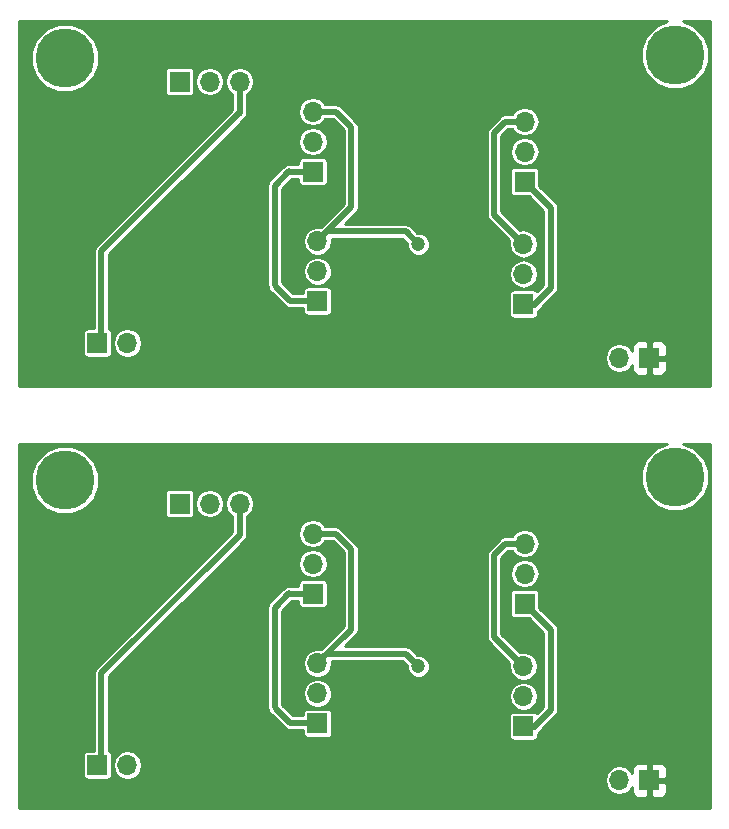
<source format=gbr>
G04 #@! TF.FileFunction,Copper,L2,Bot,Signal*
%FSLAX46Y46*%
G04 Gerber Fmt 4.6, Leading zero omitted, Abs format (unit mm)*
G04 Created by KiCad (PCBNEW 4.0.6) date 07/05/17 10:03:53*
%MOMM*%
%LPD*%
G01*
G04 APERTURE LIST*
%ADD10C,0.100000*%
%ADD11R,1.700000X1.700000*%
%ADD12O,1.700000X1.700000*%
%ADD13C,5.000000*%
%ADD14C,1.200000*%
%ADD15C,0.254000*%
%ADD16C,0.500000*%
G04 APERTURE END LIST*
D10*
D11*
X58020000Y-77610000D03*
D12*
X58020000Y-75070000D03*
X58020000Y-72530000D03*
D13*
X37010000Y-68010000D03*
D11*
X46740000Y-69990000D03*
D12*
X49280000Y-69990000D03*
X51820000Y-69990000D03*
D11*
X39778000Y-92128000D03*
D12*
X42318000Y-92128000D03*
D11*
X75950000Y-78460000D03*
D12*
X75950000Y-75920000D03*
X75950000Y-73380000D03*
D11*
X75846000Y-88826000D03*
D12*
X75846000Y-86286000D03*
X75846000Y-83746000D03*
D13*
X88690000Y-67730000D03*
D11*
X86514000Y-93398000D03*
D12*
X83974000Y-93398000D03*
D11*
X58400000Y-88580000D03*
D12*
X58400000Y-86040000D03*
X58400000Y-83500000D03*
D13*
X88690000Y-31990000D03*
D11*
X75846000Y-53086000D03*
D12*
X75846000Y-50546000D03*
X75846000Y-48006000D03*
D11*
X75950000Y-42720000D03*
D12*
X75950000Y-40180000D03*
X75950000Y-37640000D03*
D11*
X58020000Y-41870000D03*
D12*
X58020000Y-39330000D03*
X58020000Y-36790000D03*
D11*
X58400000Y-52840000D03*
D12*
X58400000Y-50300000D03*
X58400000Y-47760000D03*
D11*
X39778000Y-56388000D03*
D12*
X42318000Y-56388000D03*
D11*
X86514000Y-57658000D03*
D12*
X83974000Y-57658000D03*
D11*
X46740000Y-34250000D03*
D12*
X49280000Y-34250000D03*
X51820000Y-34250000D03*
D13*
X37010000Y-32270000D03*
D14*
X48040000Y-80450000D03*
X39220000Y-82840000D03*
X43730000Y-84970000D03*
X43700000Y-86980000D03*
X47620000Y-83070000D03*
X45880000Y-86980000D03*
X63780000Y-87130000D03*
X71880000Y-77030000D03*
X71870000Y-80390000D03*
X71390000Y-89420000D03*
X68740000Y-87210000D03*
X71840000Y-82450000D03*
X89730000Y-91630000D03*
X87010000Y-81850000D03*
X86420000Y-91170000D03*
X82220000Y-74290000D03*
X82160000Y-76140000D03*
X89710000Y-93390000D03*
X82100000Y-78310000D03*
X86540000Y-80420000D03*
X71390000Y-53680000D03*
X68740000Y-51470000D03*
X63780000Y-51390000D03*
X39220000Y-47100000D03*
X71880000Y-41290000D03*
X71870000Y-44650000D03*
X71840000Y-46710000D03*
X43730000Y-49230000D03*
X43700000Y-51240000D03*
X47620000Y-47330000D03*
X45880000Y-51240000D03*
X48040000Y-44710000D03*
X82100000Y-42570000D03*
X82160000Y-40400000D03*
X82220000Y-38550000D03*
X87010000Y-46110000D03*
X86420000Y-55430000D03*
X89710000Y-57650000D03*
X89730000Y-55890000D03*
X86540000Y-44680000D03*
X66950000Y-83770000D03*
X66950000Y-48030000D03*
D15*
X86522000Y-93390000D02*
X89710000Y-93390000D01*
X86514000Y-93398000D02*
X86522000Y-93390000D01*
D16*
X71840000Y-80420000D02*
X71840000Y-82450000D01*
X71870000Y-80390000D02*
X71840000Y-80420000D01*
X43730000Y-84970000D02*
X43700000Y-85000000D01*
X43700000Y-85000000D02*
X43700000Y-86980000D01*
X45880000Y-86980000D02*
X45880000Y-84810000D01*
X45880000Y-84810000D02*
X47620000Y-83070000D01*
X71840000Y-44680000D02*
X71840000Y-46710000D01*
X71870000Y-44650000D02*
X71840000Y-44680000D01*
X43700000Y-49260000D02*
X43700000Y-51240000D01*
X43730000Y-49230000D02*
X43700000Y-49260000D01*
X45880000Y-49070000D02*
X47620000Y-47330000D01*
X45880000Y-51240000D02*
X45880000Y-49070000D01*
D15*
X86522000Y-57650000D02*
X89710000Y-57650000D01*
X86514000Y-57658000D02*
X86522000Y-57650000D01*
D16*
X51820000Y-72640000D02*
X51820000Y-69990000D01*
X39778000Y-92128000D02*
X40110000Y-91796000D01*
X40110000Y-91796000D02*
X40110000Y-84350000D01*
D15*
X39778000Y-92128000D02*
X39750000Y-92100000D01*
D16*
X51690000Y-72770000D02*
X51820000Y-72640000D01*
X40110000Y-84350000D02*
X51690000Y-72770000D01*
D15*
X39778000Y-56388000D02*
X39750000Y-56360000D01*
D16*
X40110000Y-48610000D02*
X51690000Y-37030000D01*
X40110000Y-56056000D02*
X40110000Y-48610000D01*
X39778000Y-56388000D02*
X40110000Y-56056000D01*
X51820000Y-36900000D02*
X51820000Y-34250000D01*
X51690000Y-37030000D02*
X51820000Y-36900000D01*
D15*
X56000000Y-77570000D02*
X56040000Y-77610000D01*
D16*
X54770000Y-79250000D02*
X54770000Y-78800000D01*
X54770000Y-78800000D02*
X56000000Y-77570000D01*
X56040000Y-77610000D02*
X58020000Y-77610000D01*
X56080000Y-88550000D02*
X54970000Y-87440000D01*
D15*
X58400000Y-88580000D02*
X58370000Y-88550000D01*
D16*
X54770000Y-87240000D02*
X54770000Y-79250000D01*
X58370000Y-88550000D02*
X56080000Y-88550000D01*
X54970000Y-87440000D02*
X54770000Y-87240000D01*
D15*
X58400000Y-52840000D02*
X58370000Y-52810000D01*
D16*
X56040000Y-41870000D02*
X58020000Y-41870000D01*
X54970000Y-51700000D02*
X54770000Y-51500000D01*
X54770000Y-51500000D02*
X54770000Y-43510000D01*
X54770000Y-43510000D02*
X54770000Y-43060000D01*
X54770000Y-43060000D02*
X56000000Y-41830000D01*
X58370000Y-52810000D02*
X56080000Y-52810000D01*
X56080000Y-52810000D02*
X54970000Y-51700000D01*
D15*
X56000000Y-41830000D02*
X56040000Y-41870000D01*
D16*
X59220000Y-82680000D02*
X65860000Y-82680000D01*
X65860000Y-82680000D02*
X66950000Y-83770000D01*
D15*
X58020000Y-72530000D02*
X58030000Y-72540000D01*
D16*
X58400000Y-83500000D02*
X61250000Y-80650000D01*
X61250000Y-80650000D02*
X61250000Y-73850000D01*
X61250000Y-73850000D02*
X59940000Y-72540000D01*
D15*
X58400000Y-83500000D02*
X59220000Y-82680000D01*
D16*
X58030000Y-72540000D02*
X59940000Y-72540000D01*
X65860000Y-46940000D02*
X66950000Y-48030000D01*
X59220000Y-46940000D02*
X65860000Y-46940000D01*
D15*
X58400000Y-47760000D02*
X59220000Y-46940000D01*
D16*
X61250000Y-38110000D02*
X59940000Y-36800000D01*
X61250000Y-44910000D02*
X61250000Y-38110000D01*
X58400000Y-47760000D02*
X61250000Y-44910000D01*
X58030000Y-36800000D02*
X59940000Y-36800000D01*
D15*
X58020000Y-36790000D02*
X58030000Y-36800000D01*
D16*
X75900000Y-88880000D02*
X76830000Y-88880000D01*
X75950000Y-78460000D02*
X78150000Y-80660000D01*
X76830000Y-88790000D02*
X78150000Y-87470000D01*
X78150000Y-80660000D02*
X78150000Y-86600000D01*
D15*
X76830000Y-88880000D02*
X76830000Y-88790000D01*
D16*
X78150000Y-87470000D02*
X78150000Y-86600000D01*
D15*
X75846000Y-88826000D02*
X75900000Y-88880000D01*
D16*
X78150000Y-44920000D02*
X78150000Y-50860000D01*
X75950000Y-42720000D02*
X78150000Y-44920000D01*
X76830000Y-53050000D02*
X78150000Y-51730000D01*
D15*
X76830000Y-53140000D02*
X76830000Y-53050000D01*
D16*
X75900000Y-53140000D02*
X76830000Y-53140000D01*
D15*
X75846000Y-53086000D02*
X75900000Y-53140000D01*
D16*
X78150000Y-51730000D02*
X78150000Y-50860000D01*
X74300000Y-73380000D02*
X75950000Y-73380000D01*
D15*
X74270000Y-73410000D02*
X74300000Y-73380000D01*
D16*
X73350000Y-74330000D02*
X74270000Y-73410000D01*
X75846000Y-83746000D02*
X73350000Y-81250000D01*
X73350000Y-74690000D02*
X73350000Y-74330000D01*
X73350000Y-81250000D02*
X73350000Y-74690000D01*
X73350000Y-38590000D02*
X74270000Y-37670000D01*
X73350000Y-38950000D02*
X73350000Y-38590000D01*
X73350000Y-45510000D02*
X73350000Y-38950000D01*
X75846000Y-48006000D02*
X73350000Y-45510000D01*
X74300000Y-37640000D02*
X75950000Y-37640000D01*
D15*
X74270000Y-37670000D02*
X74300000Y-37640000D01*
G36*
X87060177Y-29546183D02*
X86249031Y-30355914D01*
X85809501Y-31414420D01*
X85808501Y-32560552D01*
X86246183Y-33619823D01*
X87055914Y-34430969D01*
X88114420Y-34870499D01*
X89260552Y-34871499D01*
X90319823Y-34433817D01*
X91130969Y-33624086D01*
X91570499Y-32565580D01*
X91571499Y-31419448D01*
X91133817Y-30360177D01*
X90324086Y-29549031D01*
X89382379Y-29158000D01*
X91646000Y-29158000D01*
X91646000Y-59996000D01*
X33122000Y-59996000D01*
X33122000Y-55538000D01*
X38539536Y-55538000D01*
X38539536Y-57238000D01*
X38566103Y-57379190D01*
X38649546Y-57508865D01*
X38776866Y-57595859D01*
X38928000Y-57626464D01*
X40628000Y-57626464D01*
X40769190Y-57599897D01*
X40898865Y-57516454D01*
X40985859Y-57389134D01*
X41016464Y-57238000D01*
X41016464Y-56363883D01*
X41087000Y-56363883D01*
X41087000Y-56412117D01*
X41180704Y-56883200D01*
X41447552Y-57282565D01*
X41846917Y-57549413D01*
X42318000Y-57643117D01*
X42364422Y-57633883D01*
X82743000Y-57633883D01*
X82743000Y-57682117D01*
X82836704Y-58153200D01*
X83103552Y-58552565D01*
X83502917Y-58819413D01*
X83974000Y-58913117D01*
X84445083Y-58819413D01*
X84844448Y-58552565D01*
X85029000Y-58276364D01*
X85029000Y-58634309D01*
X85125673Y-58867698D01*
X85304301Y-59046327D01*
X85537690Y-59143000D01*
X86228250Y-59143000D01*
X86387000Y-58984250D01*
X86387000Y-57785000D01*
X86641000Y-57785000D01*
X86641000Y-58984250D01*
X86799750Y-59143000D01*
X87490310Y-59143000D01*
X87723699Y-59046327D01*
X87902327Y-58867698D01*
X87999000Y-58634309D01*
X87999000Y-57943750D01*
X87840250Y-57785000D01*
X86641000Y-57785000D01*
X86387000Y-57785000D01*
X86367000Y-57785000D01*
X86367000Y-57531000D01*
X86387000Y-57531000D01*
X86387000Y-56331750D01*
X86641000Y-56331750D01*
X86641000Y-57531000D01*
X87840250Y-57531000D01*
X87999000Y-57372250D01*
X87999000Y-56681691D01*
X87902327Y-56448302D01*
X87723699Y-56269673D01*
X87490310Y-56173000D01*
X86799750Y-56173000D01*
X86641000Y-56331750D01*
X86387000Y-56331750D01*
X86228250Y-56173000D01*
X85537690Y-56173000D01*
X85304301Y-56269673D01*
X85125673Y-56448302D01*
X85029000Y-56681691D01*
X85029000Y-57039636D01*
X84844448Y-56763435D01*
X84445083Y-56496587D01*
X83974000Y-56402883D01*
X83502917Y-56496587D01*
X83103552Y-56763435D01*
X82836704Y-57162800D01*
X82743000Y-57633883D01*
X42364422Y-57633883D01*
X42789083Y-57549413D01*
X43188448Y-57282565D01*
X43455296Y-56883200D01*
X43549000Y-56412117D01*
X43549000Y-56363883D01*
X43455296Y-55892800D01*
X43188448Y-55493435D01*
X42789083Y-55226587D01*
X42318000Y-55132883D01*
X41846917Y-55226587D01*
X41447552Y-55493435D01*
X41180704Y-55892800D01*
X41087000Y-56363883D01*
X41016464Y-56363883D01*
X41016464Y-55538000D01*
X40989897Y-55396810D01*
X40906454Y-55267135D01*
X40779134Y-55180141D01*
X40741000Y-55172419D01*
X40741000Y-48871368D01*
X46552368Y-43060000D01*
X54139000Y-43060000D01*
X54139000Y-51500000D01*
X54175460Y-51683296D01*
X54187032Y-51741473D01*
X54323816Y-51946184D01*
X54523816Y-52146185D01*
X54523819Y-52146187D01*
X55633816Y-53256184D01*
X55838527Y-53392968D01*
X56080000Y-53441000D01*
X57161536Y-53441000D01*
X57161536Y-53690000D01*
X57188103Y-53831190D01*
X57271546Y-53960865D01*
X57398866Y-54047859D01*
X57550000Y-54078464D01*
X59250000Y-54078464D01*
X59391190Y-54051897D01*
X59520865Y-53968454D01*
X59607859Y-53841134D01*
X59638464Y-53690000D01*
X59638464Y-52236000D01*
X74607536Y-52236000D01*
X74607536Y-53936000D01*
X74634103Y-54077190D01*
X74717546Y-54206865D01*
X74844866Y-54293859D01*
X74996000Y-54324464D01*
X76696000Y-54324464D01*
X76837190Y-54297897D01*
X76966865Y-54214454D01*
X77053859Y-54087134D01*
X77084464Y-53936000D01*
X77084464Y-53714288D01*
X77276184Y-53586184D01*
X77412968Y-53381473D01*
X77418449Y-53353919D01*
X78596184Y-52176184D01*
X78732968Y-51971473D01*
X78781000Y-51730000D01*
X78781000Y-44920000D01*
X78732968Y-44678527D01*
X78596184Y-44473816D01*
X77188464Y-43066096D01*
X77188464Y-41870000D01*
X77161897Y-41728810D01*
X77078454Y-41599135D01*
X76951134Y-41512141D01*
X76800000Y-41481536D01*
X75100000Y-41481536D01*
X74958810Y-41508103D01*
X74829135Y-41591546D01*
X74742141Y-41718866D01*
X74711536Y-41870000D01*
X74711536Y-43570000D01*
X74738103Y-43711190D01*
X74821546Y-43840865D01*
X74948866Y-43927859D01*
X75100000Y-43958464D01*
X76296096Y-43958464D01*
X77519000Y-45181368D01*
X77519000Y-51468632D01*
X76993264Y-51994368D01*
X76974454Y-51965135D01*
X76847134Y-51878141D01*
X76696000Y-51847536D01*
X74996000Y-51847536D01*
X74854810Y-51874103D01*
X74725135Y-51957546D01*
X74638141Y-52084866D01*
X74607536Y-52236000D01*
X59638464Y-52236000D01*
X59638464Y-51990000D01*
X59611897Y-51848810D01*
X59528454Y-51719135D01*
X59401134Y-51632141D01*
X59250000Y-51601536D01*
X57550000Y-51601536D01*
X57408810Y-51628103D01*
X57279135Y-51711546D01*
X57192141Y-51838866D01*
X57161536Y-51990000D01*
X57161536Y-52179000D01*
X56341368Y-52179000D01*
X55416187Y-51253819D01*
X55416185Y-51253816D01*
X55401000Y-51238631D01*
X55401000Y-50300000D01*
X57144883Y-50300000D01*
X57238587Y-50771083D01*
X57505435Y-51170448D01*
X57904800Y-51437296D01*
X58375883Y-51531000D01*
X58424117Y-51531000D01*
X58895200Y-51437296D01*
X59294565Y-51170448D01*
X59561413Y-50771083D01*
X59606184Y-50546000D01*
X74590883Y-50546000D01*
X74684587Y-51017083D01*
X74951435Y-51416448D01*
X75350800Y-51683296D01*
X75821883Y-51777000D01*
X75870117Y-51777000D01*
X76341200Y-51683296D01*
X76740565Y-51416448D01*
X77007413Y-51017083D01*
X77101117Y-50546000D01*
X77007413Y-50074917D01*
X76740565Y-49675552D01*
X76341200Y-49408704D01*
X75870117Y-49315000D01*
X75821883Y-49315000D01*
X75350800Y-49408704D01*
X74951435Y-49675552D01*
X74684587Y-50074917D01*
X74590883Y-50546000D01*
X59606184Y-50546000D01*
X59655117Y-50300000D01*
X59561413Y-49828917D01*
X59294565Y-49429552D01*
X58895200Y-49162704D01*
X58424117Y-49069000D01*
X58375883Y-49069000D01*
X57904800Y-49162704D01*
X57505435Y-49429552D01*
X57238587Y-49828917D01*
X57144883Y-50300000D01*
X55401000Y-50300000D01*
X55401000Y-43321368D01*
X56221369Y-42501000D01*
X56781536Y-42501000D01*
X56781536Y-42720000D01*
X56808103Y-42861190D01*
X56891546Y-42990865D01*
X57018866Y-43077859D01*
X57170000Y-43108464D01*
X58870000Y-43108464D01*
X59011190Y-43081897D01*
X59140865Y-42998454D01*
X59227859Y-42871134D01*
X59258464Y-42720000D01*
X59258464Y-41020000D01*
X59231897Y-40878810D01*
X59148454Y-40749135D01*
X59021134Y-40662141D01*
X58870000Y-40631536D01*
X57170000Y-40631536D01*
X57028810Y-40658103D01*
X56899135Y-40741546D01*
X56812141Y-40868866D01*
X56781536Y-41020000D01*
X56781536Y-41239000D01*
X56201094Y-41239000D01*
X56000000Y-41199000D01*
X55758527Y-41247032D01*
X55553816Y-41383815D01*
X54323816Y-42613816D01*
X54187032Y-42818527D01*
X54139000Y-43060000D01*
X46552368Y-43060000D01*
X50282368Y-39330000D01*
X56764883Y-39330000D01*
X56858587Y-39801083D01*
X57125435Y-40200448D01*
X57524800Y-40467296D01*
X57995883Y-40561000D01*
X58044117Y-40561000D01*
X58515200Y-40467296D01*
X58914565Y-40200448D01*
X59181413Y-39801083D01*
X59275117Y-39330000D01*
X59181413Y-38858917D01*
X58914565Y-38459552D01*
X58515200Y-38192704D01*
X58044117Y-38099000D01*
X57995883Y-38099000D01*
X57524800Y-38192704D01*
X57125435Y-38459552D01*
X56858587Y-38858917D01*
X56764883Y-39330000D01*
X50282368Y-39330000D01*
X52136184Y-37476184D01*
X52266185Y-37346184D01*
X52402968Y-37141473D01*
X52451000Y-36900000D01*
X52451000Y-36790000D01*
X56764883Y-36790000D01*
X56858587Y-37261083D01*
X57125435Y-37660448D01*
X57524800Y-37927296D01*
X57995883Y-38021000D01*
X58044117Y-38021000D01*
X58515200Y-37927296D01*
X58914565Y-37660448D01*
X59067878Y-37431000D01*
X59678632Y-37431000D01*
X60619000Y-38371369D01*
X60619000Y-44648631D01*
X58686450Y-46581181D01*
X58424117Y-46529000D01*
X58375883Y-46529000D01*
X57904800Y-46622704D01*
X57505435Y-46889552D01*
X57238587Y-47288917D01*
X57144883Y-47760000D01*
X57238587Y-48231083D01*
X57505435Y-48630448D01*
X57904800Y-48897296D01*
X58375883Y-48991000D01*
X58424117Y-48991000D01*
X58895200Y-48897296D01*
X59294565Y-48630448D01*
X59561413Y-48231083D01*
X59655117Y-47760000D01*
X59617523Y-47571000D01*
X65598632Y-47571000D01*
X65969077Y-47941446D01*
X65968830Y-48224277D01*
X66117864Y-48584966D01*
X66393583Y-48861166D01*
X66754011Y-49010829D01*
X67144277Y-49011170D01*
X67504966Y-48862136D01*
X67781166Y-48586417D01*
X67930829Y-48225989D01*
X67931170Y-47835723D01*
X67782136Y-47475034D01*
X67506417Y-47198834D01*
X67145989Y-47049171D01*
X66861291Y-47048922D01*
X66306184Y-46493816D01*
X66101473Y-46357032D01*
X65860000Y-46309000D01*
X60743369Y-46309000D01*
X61696185Y-45356184D01*
X61832968Y-45151473D01*
X61881000Y-44910000D01*
X61881000Y-38590000D01*
X72719000Y-38590000D01*
X72719000Y-45510000D01*
X72767032Y-45751473D01*
X72903816Y-45956184D01*
X74651067Y-47703435D01*
X74590883Y-48006000D01*
X74684587Y-48477083D01*
X74951435Y-48876448D01*
X75350800Y-49143296D01*
X75821883Y-49237000D01*
X75870117Y-49237000D01*
X76341200Y-49143296D01*
X76740565Y-48876448D01*
X77007413Y-48477083D01*
X77101117Y-48006000D01*
X77007413Y-47534917D01*
X76740565Y-47135552D01*
X76341200Y-46868704D01*
X75870117Y-46775000D01*
X75821883Y-46775000D01*
X75559549Y-46827181D01*
X73981000Y-45248632D01*
X73981000Y-40180000D01*
X74694883Y-40180000D01*
X74788587Y-40651083D01*
X75055435Y-41050448D01*
X75454800Y-41317296D01*
X75925883Y-41411000D01*
X75974117Y-41411000D01*
X76445200Y-41317296D01*
X76844565Y-41050448D01*
X77111413Y-40651083D01*
X77205117Y-40180000D01*
X77111413Y-39708917D01*
X76844565Y-39309552D01*
X76445200Y-39042704D01*
X75974117Y-38949000D01*
X75925883Y-38949000D01*
X75454800Y-39042704D01*
X75055435Y-39309552D01*
X74788587Y-39708917D01*
X74694883Y-40180000D01*
X73981000Y-40180000D01*
X73981000Y-38851368D01*
X74561369Y-38271000D01*
X74895440Y-38271000D01*
X75055435Y-38510448D01*
X75454800Y-38777296D01*
X75925883Y-38871000D01*
X75974117Y-38871000D01*
X76445200Y-38777296D01*
X76844565Y-38510448D01*
X77111413Y-38111083D01*
X77205117Y-37640000D01*
X77111413Y-37168917D01*
X76844565Y-36769552D01*
X76445200Y-36502704D01*
X75974117Y-36409000D01*
X75925883Y-36409000D01*
X75454800Y-36502704D01*
X75055435Y-36769552D01*
X74895440Y-37009000D01*
X74300000Y-37009000D01*
X74058527Y-37057032D01*
X73853816Y-37193816D01*
X73841800Y-37211799D01*
X73823815Y-37223816D01*
X72903816Y-38143816D01*
X72767032Y-38348527D01*
X72719000Y-38590000D01*
X61881000Y-38590000D01*
X61881000Y-38110000D01*
X61832968Y-37868527D01*
X61810168Y-37834404D01*
X61696185Y-37663816D01*
X60386184Y-36353816D01*
X60181473Y-36217032D01*
X59940000Y-36169000D01*
X59081241Y-36169000D01*
X58914565Y-35919552D01*
X58515200Y-35652704D01*
X58044117Y-35559000D01*
X57995883Y-35559000D01*
X57524800Y-35652704D01*
X57125435Y-35919552D01*
X56858587Y-36318917D01*
X56764883Y-36790000D01*
X52451000Y-36790000D01*
X52451000Y-35304560D01*
X52690448Y-35144565D01*
X52957296Y-34745200D01*
X53051000Y-34274117D01*
X53051000Y-34225883D01*
X52957296Y-33754800D01*
X52690448Y-33355435D01*
X52291083Y-33088587D01*
X51820000Y-32994883D01*
X51348917Y-33088587D01*
X50949552Y-33355435D01*
X50682704Y-33754800D01*
X50589000Y-34225883D01*
X50589000Y-34274117D01*
X50682704Y-34745200D01*
X50949552Y-35144565D01*
X51189000Y-35304560D01*
X51189000Y-36638632D01*
X39663816Y-48163816D01*
X39527032Y-48368527D01*
X39479000Y-48610000D01*
X39479000Y-55149536D01*
X38928000Y-55149536D01*
X38786810Y-55176103D01*
X38657135Y-55259546D01*
X38570141Y-55386866D01*
X38539536Y-55538000D01*
X33122000Y-55538000D01*
X33122000Y-32840552D01*
X34128501Y-32840552D01*
X34566183Y-33899823D01*
X35375914Y-34710969D01*
X36434420Y-35150499D01*
X37580552Y-35151499D01*
X38639823Y-34713817D01*
X39450969Y-33904086D01*
X39660283Y-33400000D01*
X45501536Y-33400000D01*
X45501536Y-35100000D01*
X45528103Y-35241190D01*
X45611546Y-35370865D01*
X45738866Y-35457859D01*
X45890000Y-35488464D01*
X47590000Y-35488464D01*
X47731190Y-35461897D01*
X47860865Y-35378454D01*
X47947859Y-35251134D01*
X47978464Y-35100000D01*
X47978464Y-34225883D01*
X48049000Y-34225883D01*
X48049000Y-34274117D01*
X48142704Y-34745200D01*
X48409552Y-35144565D01*
X48808917Y-35411413D01*
X49280000Y-35505117D01*
X49751083Y-35411413D01*
X50150448Y-35144565D01*
X50417296Y-34745200D01*
X50511000Y-34274117D01*
X50511000Y-34225883D01*
X50417296Y-33754800D01*
X50150448Y-33355435D01*
X49751083Y-33088587D01*
X49280000Y-32994883D01*
X48808917Y-33088587D01*
X48409552Y-33355435D01*
X48142704Y-33754800D01*
X48049000Y-34225883D01*
X47978464Y-34225883D01*
X47978464Y-33400000D01*
X47951897Y-33258810D01*
X47868454Y-33129135D01*
X47741134Y-33042141D01*
X47590000Y-33011536D01*
X45890000Y-33011536D01*
X45748810Y-33038103D01*
X45619135Y-33121546D01*
X45532141Y-33248866D01*
X45501536Y-33400000D01*
X39660283Y-33400000D01*
X39890499Y-32845580D01*
X39891499Y-31699448D01*
X39453817Y-30640177D01*
X38644086Y-29829031D01*
X37585580Y-29389501D01*
X36439448Y-29388501D01*
X35380177Y-29826183D01*
X34569031Y-30635914D01*
X34129501Y-31694420D01*
X34128501Y-32840552D01*
X33122000Y-32840552D01*
X33122000Y-29158000D01*
X87999651Y-29158000D01*
X87060177Y-29546183D01*
X87060177Y-29546183D01*
G37*
X87060177Y-29546183D02*
X86249031Y-30355914D01*
X85809501Y-31414420D01*
X85808501Y-32560552D01*
X86246183Y-33619823D01*
X87055914Y-34430969D01*
X88114420Y-34870499D01*
X89260552Y-34871499D01*
X90319823Y-34433817D01*
X91130969Y-33624086D01*
X91570499Y-32565580D01*
X91571499Y-31419448D01*
X91133817Y-30360177D01*
X90324086Y-29549031D01*
X89382379Y-29158000D01*
X91646000Y-29158000D01*
X91646000Y-59996000D01*
X33122000Y-59996000D01*
X33122000Y-55538000D01*
X38539536Y-55538000D01*
X38539536Y-57238000D01*
X38566103Y-57379190D01*
X38649546Y-57508865D01*
X38776866Y-57595859D01*
X38928000Y-57626464D01*
X40628000Y-57626464D01*
X40769190Y-57599897D01*
X40898865Y-57516454D01*
X40985859Y-57389134D01*
X41016464Y-57238000D01*
X41016464Y-56363883D01*
X41087000Y-56363883D01*
X41087000Y-56412117D01*
X41180704Y-56883200D01*
X41447552Y-57282565D01*
X41846917Y-57549413D01*
X42318000Y-57643117D01*
X42364422Y-57633883D01*
X82743000Y-57633883D01*
X82743000Y-57682117D01*
X82836704Y-58153200D01*
X83103552Y-58552565D01*
X83502917Y-58819413D01*
X83974000Y-58913117D01*
X84445083Y-58819413D01*
X84844448Y-58552565D01*
X85029000Y-58276364D01*
X85029000Y-58634309D01*
X85125673Y-58867698D01*
X85304301Y-59046327D01*
X85537690Y-59143000D01*
X86228250Y-59143000D01*
X86387000Y-58984250D01*
X86387000Y-57785000D01*
X86641000Y-57785000D01*
X86641000Y-58984250D01*
X86799750Y-59143000D01*
X87490310Y-59143000D01*
X87723699Y-59046327D01*
X87902327Y-58867698D01*
X87999000Y-58634309D01*
X87999000Y-57943750D01*
X87840250Y-57785000D01*
X86641000Y-57785000D01*
X86387000Y-57785000D01*
X86367000Y-57785000D01*
X86367000Y-57531000D01*
X86387000Y-57531000D01*
X86387000Y-56331750D01*
X86641000Y-56331750D01*
X86641000Y-57531000D01*
X87840250Y-57531000D01*
X87999000Y-57372250D01*
X87999000Y-56681691D01*
X87902327Y-56448302D01*
X87723699Y-56269673D01*
X87490310Y-56173000D01*
X86799750Y-56173000D01*
X86641000Y-56331750D01*
X86387000Y-56331750D01*
X86228250Y-56173000D01*
X85537690Y-56173000D01*
X85304301Y-56269673D01*
X85125673Y-56448302D01*
X85029000Y-56681691D01*
X85029000Y-57039636D01*
X84844448Y-56763435D01*
X84445083Y-56496587D01*
X83974000Y-56402883D01*
X83502917Y-56496587D01*
X83103552Y-56763435D01*
X82836704Y-57162800D01*
X82743000Y-57633883D01*
X42364422Y-57633883D01*
X42789083Y-57549413D01*
X43188448Y-57282565D01*
X43455296Y-56883200D01*
X43549000Y-56412117D01*
X43549000Y-56363883D01*
X43455296Y-55892800D01*
X43188448Y-55493435D01*
X42789083Y-55226587D01*
X42318000Y-55132883D01*
X41846917Y-55226587D01*
X41447552Y-55493435D01*
X41180704Y-55892800D01*
X41087000Y-56363883D01*
X41016464Y-56363883D01*
X41016464Y-55538000D01*
X40989897Y-55396810D01*
X40906454Y-55267135D01*
X40779134Y-55180141D01*
X40741000Y-55172419D01*
X40741000Y-48871368D01*
X46552368Y-43060000D01*
X54139000Y-43060000D01*
X54139000Y-51500000D01*
X54175460Y-51683296D01*
X54187032Y-51741473D01*
X54323816Y-51946184D01*
X54523816Y-52146185D01*
X54523819Y-52146187D01*
X55633816Y-53256184D01*
X55838527Y-53392968D01*
X56080000Y-53441000D01*
X57161536Y-53441000D01*
X57161536Y-53690000D01*
X57188103Y-53831190D01*
X57271546Y-53960865D01*
X57398866Y-54047859D01*
X57550000Y-54078464D01*
X59250000Y-54078464D01*
X59391190Y-54051897D01*
X59520865Y-53968454D01*
X59607859Y-53841134D01*
X59638464Y-53690000D01*
X59638464Y-52236000D01*
X74607536Y-52236000D01*
X74607536Y-53936000D01*
X74634103Y-54077190D01*
X74717546Y-54206865D01*
X74844866Y-54293859D01*
X74996000Y-54324464D01*
X76696000Y-54324464D01*
X76837190Y-54297897D01*
X76966865Y-54214454D01*
X77053859Y-54087134D01*
X77084464Y-53936000D01*
X77084464Y-53714288D01*
X77276184Y-53586184D01*
X77412968Y-53381473D01*
X77418449Y-53353919D01*
X78596184Y-52176184D01*
X78732968Y-51971473D01*
X78781000Y-51730000D01*
X78781000Y-44920000D01*
X78732968Y-44678527D01*
X78596184Y-44473816D01*
X77188464Y-43066096D01*
X77188464Y-41870000D01*
X77161897Y-41728810D01*
X77078454Y-41599135D01*
X76951134Y-41512141D01*
X76800000Y-41481536D01*
X75100000Y-41481536D01*
X74958810Y-41508103D01*
X74829135Y-41591546D01*
X74742141Y-41718866D01*
X74711536Y-41870000D01*
X74711536Y-43570000D01*
X74738103Y-43711190D01*
X74821546Y-43840865D01*
X74948866Y-43927859D01*
X75100000Y-43958464D01*
X76296096Y-43958464D01*
X77519000Y-45181368D01*
X77519000Y-51468632D01*
X76993264Y-51994368D01*
X76974454Y-51965135D01*
X76847134Y-51878141D01*
X76696000Y-51847536D01*
X74996000Y-51847536D01*
X74854810Y-51874103D01*
X74725135Y-51957546D01*
X74638141Y-52084866D01*
X74607536Y-52236000D01*
X59638464Y-52236000D01*
X59638464Y-51990000D01*
X59611897Y-51848810D01*
X59528454Y-51719135D01*
X59401134Y-51632141D01*
X59250000Y-51601536D01*
X57550000Y-51601536D01*
X57408810Y-51628103D01*
X57279135Y-51711546D01*
X57192141Y-51838866D01*
X57161536Y-51990000D01*
X57161536Y-52179000D01*
X56341368Y-52179000D01*
X55416187Y-51253819D01*
X55416185Y-51253816D01*
X55401000Y-51238631D01*
X55401000Y-50300000D01*
X57144883Y-50300000D01*
X57238587Y-50771083D01*
X57505435Y-51170448D01*
X57904800Y-51437296D01*
X58375883Y-51531000D01*
X58424117Y-51531000D01*
X58895200Y-51437296D01*
X59294565Y-51170448D01*
X59561413Y-50771083D01*
X59606184Y-50546000D01*
X74590883Y-50546000D01*
X74684587Y-51017083D01*
X74951435Y-51416448D01*
X75350800Y-51683296D01*
X75821883Y-51777000D01*
X75870117Y-51777000D01*
X76341200Y-51683296D01*
X76740565Y-51416448D01*
X77007413Y-51017083D01*
X77101117Y-50546000D01*
X77007413Y-50074917D01*
X76740565Y-49675552D01*
X76341200Y-49408704D01*
X75870117Y-49315000D01*
X75821883Y-49315000D01*
X75350800Y-49408704D01*
X74951435Y-49675552D01*
X74684587Y-50074917D01*
X74590883Y-50546000D01*
X59606184Y-50546000D01*
X59655117Y-50300000D01*
X59561413Y-49828917D01*
X59294565Y-49429552D01*
X58895200Y-49162704D01*
X58424117Y-49069000D01*
X58375883Y-49069000D01*
X57904800Y-49162704D01*
X57505435Y-49429552D01*
X57238587Y-49828917D01*
X57144883Y-50300000D01*
X55401000Y-50300000D01*
X55401000Y-43321368D01*
X56221369Y-42501000D01*
X56781536Y-42501000D01*
X56781536Y-42720000D01*
X56808103Y-42861190D01*
X56891546Y-42990865D01*
X57018866Y-43077859D01*
X57170000Y-43108464D01*
X58870000Y-43108464D01*
X59011190Y-43081897D01*
X59140865Y-42998454D01*
X59227859Y-42871134D01*
X59258464Y-42720000D01*
X59258464Y-41020000D01*
X59231897Y-40878810D01*
X59148454Y-40749135D01*
X59021134Y-40662141D01*
X58870000Y-40631536D01*
X57170000Y-40631536D01*
X57028810Y-40658103D01*
X56899135Y-40741546D01*
X56812141Y-40868866D01*
X56781536Y-41020000D01*
X56781536Y-41239000D01*
X56201094Y-41239000D01*
X56000000Y-41199000D01*
X55758527Y-41247032D01*
X55553816Y-41383815D01*
X54323816Y-42613816D01*
X54187032Y-42818527D01*
X54139000Y-43060000D01*
X46552368Y-43060000D01*
X50282368Y-39330000D01*
X56764883Y-39330000D01*
X56858587Y-39801083D01*
X57125435Y-40200448D01*
X57524800Y-40467296D01*
X57995883Y-40561000D01*
X58044117Y-40561000D01*
X58515200Y-40467296D01*
X58914565Y-40200448D01*
X59181413Y-39801083D01*
X59275117Y-39330000D01*
X59181413Y-38858917D01*
X58914565Y-38459552D01*
X58515200Y-38192704D01*
X58044117Y-38099000D01*
X57995883Y-38099000D01*
X57524800Y-38192704D01*
X57125435Y-38459552D01*
X56858587Y-38858917D01*
X56764883Y-39330000D01*
X50282368Y-39330000D01*
X52136184Y-37476184D01*
X52266185Y-37346184D01*
X52402968Y-37141473D01*
X52451000Y-36900000D01*
X52451000Y-36790000D01*
X56764883Y-36790000D01*
X56858587Y-37261083D01*
X57125435Y-37660448D01*
X57524800Y-37927296D01*
X57995883Y-38021000D01*
X58044117Y-38021000D01*
X58515200Y-37927296D01*
X58914565Y-37660448D01*
X59067878Y-37431000D01*
X59678632Y-37431000D01*
X60619000Y-38371369D01*
X60619000Y-44648631D01*
X58686450Y-46581181D01*
X58424117Y-46529000D01*
X58375883Y-46529000D01*
X57904800Y-46622704D01*
X57505435Y-46889552D01*
X57238587Y-47288917D01*
X57144883Y-47760000D01*
X57238587Y-48231083D01*
X57505435Y-48630448D01*
X57904800Y-48897296D01*
X58375883Y-48991000D01*
X58424117Y-48991000D01*
X58895200Y-48897296D01*
X59294565Y-48630448D01*
X59561413Y-48231083D01*
X59655117Y-47760000D01*
X59617523Y-47571000D01*
X65598632Y-47571000D01*
X65969077Y-47941446D01*
X65968830Y-48224277D01*
X66117864Y-48584966D01*
X66393583Y-48861166D01*
X66754011Y-49010829D01*
X67144277Y-49011170D01*
X67504966Y-48862136D01*
X67781166Y-48586417D01*
X67930829Y-48225989D01*
X67931170Y-47835723D01*
X67782136Y-47475034D01*
X67506417Y-47198834D01*
X67145989Y-47049171D01*
X66861291Y-47048922D01*
X66306184Y-46493816D01*
X66101473Y-46357032D01*
X65860000Y-46309000D01*
X60743369Y-46309000D01*
X61696185Y-45356184D01*
X61832968Y-45151473D01*
X61881000Y-44910000D01*
X61881000Y-38590000D01*
X72719000Y-38590000D01*
X72719000Y-45510000D01*
X72767032Y-45751473D01*
X72903816Y-45956184D01*
X74651067Y-47703435D01*
X74590883Y-48006000D01*
X74684587Y-48477083D01*
X74951435Y-48876448D01*
X75350800Y-49143296D01*
X75821883Y-49237000D01*
X75870117Y-49237000D01*
X76341200Y-49143296D01*
X76740565Y-48876448D01*
X77007413Y-48477083D01*
X77101117Y-48006000D01*
X77007413Y-47534917D01*
X76740565Y-47135552D01*
X76341200Y-46868704D01*
X75870117Y-46775000D01*
X75821883Y-46775000D01*
X75559549Y-46827181D01*
X73981000Y-45248632D01*
X73981000Y-40180000D01*
X74694883Y-40180000D01*
X74788587Y-40651083D01*
X75055435Y-41050448D01*
X75454800Y-41317296D01*
X75925883Y-41411000D01*
X75974117Y-41411000D01*
X76445200Y-41317296D01*
X76844565Y-41050448D01*
X77111413Y-40651083D01*
X77205117Y-40180000D01*
X77111413Y-39708917D01*
X76844565Y-39309552D01*
X76445200Y-39042704D01*
X75974117Y-38949000D01*
X75925883Y-38949000D01*
X75454800Y-39042704D01*
X75055435Y-39309552D01*
X74788587Y-39708917D01*
X74694883Y-40180000D01*
X73981000Y-40180000D01*
X73981000Y-38851368D01*
X74561369Y-38271000D01*
X74895440Y-38271000D01*
X75055435Y-38510448D01*
X75454800Y-38777296D01*
X75925883Y-38871000D01*
X75974117Y-38871000D01*
X76445200Y-38777296D01*
X76844565Y-38510448D01*
X77111413Y-38111083D01*
X77205117Y-37640000D01*
X77111413Y-37168917D01*
X76844565Y-36769552D01*
X76445200Y-36502704D01*
X75974117Y-36409000D01*
X75925883Y-36409000D01*
X75454800Y-36502704D01*
X75055435Y-36769552D01*
X74895440Y-37009000D01*
X74300000Y-37009000D01*
X74058527Y-37057032D01*
X73853816Y-37193816D01*
X73841800Y-37211799D01*
X73823815Y-37223816D01*
X72903816Y-38143816D01*
X72767032Y-38348527D01*
X72719000Y-38590000D01*
X61881000Y-38590000D01*
X61881000Y-38110000D01*
X61832968Y-37868527D01*
X61810168Y-37834404D01*
X61696185Y-37663816D01*
X60386184Y-36353816D01*
X60181473Y-36217032D01*
X59940000Y-36169000D01*
X59081241Y-36169000D01*
X58914565Y-35919552D01*
X58515200Y-35652704D01*
X58044117Y-35559000D01*
X57995883Y-35559000D01*
X57524800Y-35652704D01*
X57125435Y-35919552D01*
X56858587Y-36318917D01*
X56764883Y-36790000D01*
X52451000Y-36790000D01*
X52451000Y-35304560D01*
X52690448Y-35144565D01*
X52957296Y-34745200D01*
X53051000Y-34274117D01*
X53051000Y-34225883D01*
X52957296Y-33754800D01*
X52690448Y-33355435D01*
X52291083Y-33088587D01*
X51820000Y-32994883D01*
X51348917Y-33088587D01*
X50949552Y-33355435D01*
X50682704Y-33754800D01*
X50589000Y-34225883D01*
X50589000Y-34274117D01*
X50682704Y-34745200D01*
X50949552Y-35144565D01*
X51189000Y-35304560D01*
X51189000Y-36638632D01*
X39663816Y-48163816D01*
X39527032Y-48368527D01*
X39479000Y-48610000D01*
X39479000Y-55149536D01*
X38928000Y-55149536D01*
X38786810Y-55176103D01*
X38657135Y-55259546D01*
X38570141Y-55386866D01*
X38539536Y-55538000D01*
X33122000Y-55538000D01*
X33122000Y-32840552D01*
X34128501Y-32840552D01*
X34566183Y-33899823D01*
X35375914Y-34710969D01*
X36434420Y-35150499D01*
X37580552Y-35151499D01*
X38639823Y-34713817D01*
X39450969Y-33904086D01*
X39660283Y-33400000D01*
X45501536Y-33400000D01*
X45501536Y-35100000D01*
X45528103Y-35241190D01*
X45611546Y-35370865D01*
X45738866Y-35457859D01*
X45890000Y-35488464D01*
X47590000Y-35488464D01*
X47731190Y-35461897D01*
X47860865Y-35378454D01*
X47947859Y-35251134D01*
X47978464Y-35100000D01*
X47978464Y-34225883D01*
X48049000Y-34225883D01*
X48049000Y-34274117D01*
X48142704Y-34745200D01*
X48409552Y-35144565D01*
X48808917Y-35411413D01*
X49280000Y-35505117D01*
X49751083Y-35411413D01*
X50150448Y-35144565D01*
X50417296Y-34745200D01*
X50511000Y-34274117D01*
X50511000Y-34225883D01*
X50417296Y-33754800D01*
X50150448Y-33355435D01*
X49751083Y-33088587D01*
X49280000Y-32994883D01*
X48808917Y-33088587D01*
X48409552Y-33355435D01*
X48142704Y-33754800D01*
X48049000Y-34225883D01*
X47978464Y-34225883D01*
X47978464Y-33400000D01*
X47951897Y-33258810D01*
X47868454Y-33129135D01*
X47741134Y-33042141D01*
X47590000Y-33011536D01*
X45890000Y-33011536D01*
X45748810Y-33038103D01*
X45619135Y-33121546D01*
X45532141Y-33248866D01*
X45501536Y-33400000D01*
X39660283Y-33400000D01*
X39890499Y-32845580D01*
X39891499Y-31699448D01*
X39453817Y-30640177D01*
X38644086Y-29829031D01*
X37585580Y-29389501D01*
X36439448Y-29388501D01*
X35380177Y-29826183D01*
X34569031Y-30635914D01*
X34129501Y-31694420D01*
X34128501Y-32840552D01*
X33122000Y-32840552D01*
X33122000Y-29158000D01*
X87999651Y-29158000D01*
X87060177Y-29546183D01*
G36*
X87060177Y-65286183D02*
X86249031Y-66095914D01*
X85809501Y-67154420D01*
X85808501Y-68300552D01*
X86246183Y-69359823D01*
X87055914Y-70170969D01*
X88114420Y-70610499D01*
X89260552Y-70611499D01*
X90319823Y-70173817D01*
X91130969Y-69364086D01*
X91570499Y-68305580D01*
X91571499Y-67159448D01*
X91133817Y-66100177D01*
X90324086Y-65289031D01*
X89382379Y-64898000D01*
X91646000Y-64898000D01*
X91646000Y-95736000D01*
X33122000Y-95736000D01*
X33122000Y-91278000D01*
X38539536Y-91278000D01*
X38539536Y-92978000D01*
X38566103Y-93119190D01*
X38649546Y-93248865D01*
X38776866Y-93335859D01*
X38928000Y-93366464D01*
X40628000Y-93366464D01*
X40769190Y-93339897D01*
X40898865Y-93256454D01*
X40985859Y-93129134D01*
X41016464Y-92978000D01*
X41016464Y-92103883D01*
X41087000Y-92103883D01*
X41087000Y-92152117D01*
X41180704Y-92623200D01*
X41447552Y-93022565D01*
X41846917Y-93289413D01*
X42318000Y-93383117D01*
X42364422Y-93373883D01*
X82743000Y-93373883D01*
X82743000Y-93422117D01*
X82836704Y-93893200D01*
X83103552Y-94292565D01*
X83502917Y-94559413D01*
X83974000Y-94653117D01*
X84445083Y-94559413D01*
X84844448Y-94292565D01*
X85029000Y-94016364D01*
X85029000Y-94374309D01*
X85125673Y-94607698D01*
X85304301Y-94786327D01*
X85537690Y-94883000D01*
X86228250Y-94883000D01*
X86387000Y-94724250D01*
X86387000Y-93525000D01*
X86641000Y-93525000D01*
X86641000Y-94724250D01*
X86799750Y-94883000D01*
X87490310Y-94883000D01*
X87723699Y-94786327D01*
X87902327Y-94607698D01*
X87999000Y-94374309D01*
X87999000Y-93683750D01*
X87840250Y-93525000D01*
X86641000Y-93525000D01*
X86387000Y-93525000D01*
X86367000Y-93525000D01*
X86367000Y-93271000D01*
X86387000Y-93271000D01*
X86387000Y-92071750D01*
X86641000Y-92071750D01*
X86641000Y-93271000D01*
X87840250Y-93271000D01*
X87999000Y-93112250D01*
X87999000Y-92421691D01*
X87902327Y-92188302D01*
X87723699Y-92009673D01*
X87490310Y-91913000D01*
X86799750Y-91913000D01*
X86641000Y-92071750D01*
X86387000Y-92071750D01*
X86228250Y-91913000D01*
X85537690Y-91913000D01*
X85304301Y-92009673D01*
X85125673Y-92188302D01*
X85029000Y-92421691D01*
X85029000Y-92779636D01*
X84844448Y-92503435D01*
X84445083Y-92236587D01*
X83974000Y-92142883D01*
X83502917Y-92236587D01*
X83103552Y-92503435D01*
X82836704Y-92902800D01*
X82743000Y-93373883D01*
X42364422Y-93373883D01*
X42789083Y-93289413D01*
X43188448Y-93022565D01*
X43455296Y-92623200D01*
X43549000Y-92152117D01*
X43549000Y-92103883D01*
X43455296Y-91632800D01*
X43188448Y-91233435D01*
X42789083Y-90966587D01*
X42318000Y-90872883D01*
X41846917Y-90966587D01*
X41447552Y-91233435D01*
X41180704Y-91632800D01*
X41087000Y-92103883D01*
X41016464Y-92103883D01*
X41016464Y-91278000D01*
X40989897Y-91136810D01*
X40906454Y-91007135D01*
X40779134Y-90920141D01*
X40741000Y-90912419D01*
X40741000Y-84611368D01*
X46552368Y-78800000D01*
X54139000Y-78800000D01*
X54139000Y-87240000D01*
X54175460Y-87423296D01*
X54187032Y-87481473D01*
X54323816Y-87686184D01*
X54523816Y-87886185D01*
X54523819Y-87886187D01*
X55633816Y-88996184D01*
X55838527Y-89132968D01*
X56080000Y-89181000D01*
X57161536Y-89181000D01*
X57161536Y-89430000D01*
X57188103Y-89571190D01*
X57271546Y-89700865D01*
X57398866Y-89787859D01*
X57550000Y-89818464D01*
X59250000Y-89818464D01*
X59391190Y-89791897D01*
X59520865Y-89708454D01*
X59607859Y-89581134D01*
X59638464Y-89430000D01*
X59638464Y-87976000D01*
X74607536Y-87976000D01*
X74607536Y-89676000D01*
X74634103Y-89817190D01*
X74717546Y-89946865D01*
X74844866Y-90033859D01*
X74996000Y-90064464D01*
X76696000Y-90064464D01*
X76837190Y-90037897D01*
X76966865Y-89954454D01*
X77053859Y-89827134D01*
X77084464Y-89676000D01*
X77084464Y-89454288D01*
X77276184Y-89326184D01*
X77412968Y-89121473D01*
X77418449Y-89093919D01*
X78596184Y-87916184D01*
X78732968Y-87711473D01*
X78781000Y-87470000D01*
X78781000Y-80660000D01*
X78732968Y-80418527D01*
X78596184Y-80213816D01*
X77188464Y-78806096D01*
X77188464Y-77610000D01*
X77161897Y-77468810D01*
X77078454Y-77339135D01*
X76951134Y-77252141D01*
X76800000Y-77221536D01*
X75100000Y-77221536D01*
X74958810Y-77248103D01*
X74829135Y-77331546D01*
X74742141Y-77458866D01*
X74711536Y-77610000D01*
X74711536Y-79310000D01*
X74738103Y-79451190D01*
X74821546Y-79580865D01*
X74948866Y-79667859D01*
X75100000Y-79698464D01*
X76296096Y-79698464D01*
X77519000Y-80921368D01*
X77519000Y-87208632D01*
X76993264Y-87734368D01*
X76974454Y-87705135D01*
X76847134Y-87618141D01*
X76696000Y-87587536D01*
X74996000Y-87587536D01*
X74854810Y-87614103D01*
X74725135Y-87697546D01*
X74638141Y-87824866D01*
X74607536Y-87976000D01*
X59638464Y-87976000D01*
X59638464Y-87730000D01*
X59611897Y-87588810D01*
X59528454Y-87459135D01*
X59401134Y-87372141D01*
X59250000Y-87341536D01*
X57550000Y-87341536D01*
X57408810Y-87368103D01*
X57279135Y-87451546D01*
X57192141Y-87578866D01*
X57161536Y-87730000D01*
X57161536Y-87919000D01*
X56341368Y-87919000D01*
X55416187Y-86993819D01*
X55416185Y-86993816D01*
X55401000Y-86978631D01*
X55401000Y-86040000D01*
X57144883Y-86040000D01*
X57238587Y-86511083D01*
X57505435Y-86910448D01*
X57904800Y-87177296D01*
X58375883Y-87271000D01*
X58424117Y-87271000D01*
X58895200Y-87177296D01*
X59294565Y-86910448D01*
X59561413Y-86511083D01*
X59606184Y-86286000D01*
X74590883Y-86286000D01*
X74684587Y-86757083D01*
X74951435Y-87156448D01*
X75350800Y-87423296D01*
X75821883Y-87517000D01*
X75870117Y-87517000D01*
X76341200Y-87423296D01*
X76740565Y-87156448D01*
X77007413Y-86757083D01*
X77101117Y-86286000D01*
X77007413Y-85814917D01*
X76740565Y-85415552D01*
X76341200Y-85148704D01*
X75870117Y-85055000D01*
X75821883Y-85055000D01*
X75350800Y-85148704D01*
X74951435Y-85415552D01*
X74684587Y-85814917D01*
X74590883Y-86286000D01*
X59606184Y-86286000D01*
X59655117Y-86040000D01*
X59561413Y-85568917D01*
X59294565Y-85169552D01*
X58895200Y-84902704D01*
X58424117Y-84809000D01*
X58375883Y-84809000D01*
X57904800Y-84902704D01*
X57505435Y-85169552D01*
X57238587Y-85568917D01*
X57144883Y-86040000D01*
X55401000Y-86040000D01*
X55401000Y-79061368D01*
X56221369Y-78241000D01*
X56781536Y-78241000D01*
X56781536Y-78460000D01*
X56808103Y-78601190D01*
X56891546Y-78730865D01*
X57018866Y-78817859D01*
X57170000Y-78848464D01*
X58870000Y-78848464D01*
X59011190Y-78821897D01*
X59140865Y-78738454D01*
X59227859Y-78611134D01*
X59258464Y-78460000D01*
X59258464Y-76760000D01*
X59231897Y-76618810D01*
X59148454Y-76489135D01*
X59021134Y-76402141D01*
X58870000Y-76371536D01*
X57170000Y-76371536D01*
X57028810Y-76398103D01*
X56899135Y-76481546D01*
X56812141Y-76608866D01*
X56781536Y-76760000D01*
X56781536Y-76979000D01*
X56201094Y-76979000D01*
X56000000Y-76939000D01*
X55758527Y-76987032D01*
X55553816Y-77123815D01*
X54323816Y-78353816D01*
X54187032Y-78558527D01*
X54139000Y-78800000D01*
X46552368Y-78800000D01*
X50282368Y-75070000D01*
X56764883Y-75070000D01*
X56858587Y-75541083D01*
X57125435Y-75940448D01*
X57524800Y-76207296D01*
X57995883Y-76301000D01*
X58044117Y-76301000D01*
X58515200Y-76207296D01*
X58914565Y-75940448D01*
X59181413Y-75541083D01*
X59275117Y-75070000D01*
X59181413Y-74598917D01*
X58914565Y-74199552D01*
X58515200Y-73932704D01*
X58044117Y-73839000D01*
X57995883Y-73839000D01*
X57524800Y-73932704D01*
X57125435Y-74199552D01*
X56858587Y-74598917D01*
X56764883Y-75070000D01*
X50282368Y-75070000D01*
X52136184Y-73216184D01*
X52266185Y-73086184D01*
X52402968Y-72881473D01*
X52451000Y-72640000D01*
X52451000Y-72530000D01*
X56764883Y-72530000D01*
X56858587Y-73001083D01*
X57125435Y-73400448D01*
X57524800Y-73667296D01*
X57995883Y-73761000D01*
X58044117Y-73761000D01*
X58515200Y-73667296D01*
X58914565Y-73400448D01*
X59067878Y-73171000D01*
X59678632Y-73171000D01*
X60619000Y-74111369D01*
X60619000Y-80388631D01*
X58686450Y-82321181D01*
X58424117Y-82269000D01*
X58375883Y-82269000D01*
X57904800Y-82362704D01*
X57505435Y-82629552D01*
X57238587Y-83028917D01*
X57144883Y-83500000D01*
X57238587Y-83971083D01*
X57505435Y-84370448D01*
X57904800Y-84637296D01*
X58375883Y-84731000D01*
X58424117Y-84731000D01*
X58895200Y-84637296D01*
X59294565Y-84370448D01*
X59561413Y-83971083D01*
X59655117Y-83500000D01*
X59617523Y-83311000D01*
X65598632Y-83311000D01*
X65969077Y-83681446D01*
X65968830Y-83964277D01*
X66117864Y-84324966D01*
X66393583Y-84601166D01*
X66754011Y-84750829D01*
X67144277Y-84751170D01*
X67504966Y-84602136D01*
X67781166Y-84326417D01*
X67930829Y-83965989D01*
X67931170Y-83575723D01*
X67782136Y-83215034D01*
X67506417Y-82938834D01*
X67145989Y-82789171D01*
X66861291Y-82788922D01*
X66306184Y-82233816D01*
X66101473Y-82097032D01*
X65860000Y-82049000D01*
X60743369Y-82049000D01*
X61696185Y-81096184D01*
X61832968Y-80891473D01*
X61881000Y-80650000D01*
X61881000Y-74330000D01*
X72719000Y-74330000D01*
X72719000Y-81250000D01*
X72767032Y-81491473D01*
X72903816Y-81696184D01*
X74651067Y-83443435D01*
X74590883Y-83746000D01*
X74684587Y-84217083D01*
X74951435Y-84616448D01*
X75350800Y-84883296D01*
X75821883Y-84977000D01*
X75870117Y-84977000D01*
X76341200Y-84883296D01*
X76740565Y-84616448D01*
X77007413Y-84217083D01*
X77101117Y-83746000D01*
X77007413Y-83274917D01*
X76740565Y-82875552D01*
X76341200Y-82608704D01*
X75870117Y-82515000D01*
X75821883Y-82515000D01*
X75559549Y-82567181D01*
X73981000Y-80988632D01*
X73981000Y-75920000D01*
X74694883Y-75920000D01*
X74788587Y-76391083D01*
X75055435Y-76790448D01*
X75454800Y-77057296D01*
X75925883Y-77151000D01*
X75974117Y-77151000D01*
X76445200Y-77057296D01*
X76844565Y-76790448D01*
X77111413Y-76391083D01*
X77205117Y-75920000D01*
X77111413Y-75448917D01*
X76844565Y-75049552D01*
X76445200Y-74782704D01*
X75974117Y-74689000D01*
X75925883Y-74689000D01*
X75454800Y-74782704D01*
X75055435Y-75049552D01*
X74788587Y-75448917D01*
X74694883Y-75920000D01*
X73981000Y-75920000D01*
X73981000Y-74591368D01*
X74561369Y-74011000D01*
X74895440Y-74011000D01*
X75055435Y-74250448D01*
X75454800Y-74517296D01*
X75925883Y-74611000D01*
X75974117Y-74611000D01*
X76445200Y-74517296D01*
X76844565Y-74250448D01*
X77111413Y-73851083D01*
X77205117Y-73380000D01*
X77111413Y-72908917D01*
X76844565Y-72509552D01*
X76445200Y-72242704D01*
X75974117Y-72149000D01*
X75925883Y-72149000D01*
X75454800Y-72242704D01*
X75055435Y-72509552D01*
X74895440Y-72749000D01*
X74300000Y-72749000D01*
X74058527Y-72797032D01*
X73853816Y-72933816D01*
X73841800Y-72951799D01*
X73823815Y-72963816D01*
X72903816Y-73883816D01*
X72767032Y-74088527D01*
X72719000Y-74330000D01*
X61881000Y-74330000D01*
X61881000Y-73850000D01*
X61832968Y-73608527D01*
X61810168Y-73574404D01*
X61696185Y-73403816D01*
X60386184Y-72093816D01*
X60181473Y-71957032D01*
X59940000Y-71909000D01*
X59081241Y-71909000D01*
X58914565Y-71659552D01*
X58515200Y-71392704D01*
X58044117Y-71299000D01*
X57995883Y-71299000D01*
X57524800Y-71392704D01*
X57125435Y-71659552D01*
X56858587Y-72058917D01*
X56764883Y-72530000D01*
X52451000Y-72530000D01*
X52451000Y-71044560D01*
X52690448Y-70884565D01*
X52957296Y-70485200D01*
X53051000Y-70014117D01*
X53051000Y-69965883D01*
X52957296Y-69494800D01*
X52690448Y-69095435D01*
X52291083Y-68828587D01*
X51820000Y-68734883D01*
X51348917Y-68828587D01*
X50949552Y-69095435D01*
X50682704Y-69494800D01*
X50589000Y-69965883D01*
X50589000Y-70014117D01*
X50682704Y-70485200D01*
X50949552Y-70884565D01*
X51189000Y-71044560D01*
X51189000Y-72378632D01*
X39663816Y-83903816D01*
X39527032Y-84108527D01*
X39479000Y-84350000D01*
X39479000Y-90889536D01*
X38928000Y-90889536D01*
X38786810Y-90916103D01*
X38657135Y-90999546D01*
X38570141Y-91126866D01*
X38539536Y-91278000D01*
X33122000Y-91278000D01*
X33122000Y-68580552D01*
X34128501Y-68580552D01*
X34566183Y-69639823D01*
X35375914Y-70450969D01*
X36434420Y-70890499D01*
X37580552Y-70891499D01*
X38639823Y-70453817D01*
X39450969Y-69644086D01*
X39660283Y-69140000D01*
X45501536Y-69140000D01*
X45501536Y-70840000D01*
X45528103Y-70981190D01*
X45611546Y-71110865D01*
X45738866Y-71197859D01*
X45890000Y-71228464D01*
X47590000Y-71228464D01*
X47731190Y-71201897D01*
X47860865Y-71118454D01*
X47947859Y-70991134D01*
X47978464Y-70840000D01*
X47978464Y-69965883D01*
X48049000Y-69965883D01*
X48049000Y-70014117D01*
X48142704Y-70485200D01*
X48409552Y-70884565D01*
X48808917Y-71151413D01*
X49280000Y-71245117D01*
X49751083Y-71151413D01*
X50150448Y-70884565D01*
X50417296Y-70485200D01*
X50511000Y-70014117D01*
X50511000Y-69965883D01*
X50417296Y-69494800D01*
X50150448Y-69095435D01*
X49751083Y-68828587D01*
X49280000Y-68734883D01*
X48808917Y-68828587D01*
X48409552Y-69095435D01*
X48142704Y-69494800D01*
X48049000Y-69965883D01*
X47978464Y-69965883D01*
X47978464Y-69140000D01*
X47951897Y-68998810D01*
X47868454Y-68869135D01*
X47741134Y-68782141D01*
X47590000Y-68751536D01*
X45890000Y-68751536D01*
X45748810Y-68778103D01*
X45619135Y-68861546D01*
X45532141Y-68988866D01*
X45501536Y-69140000D01*
X39660283Y-69140000D01*
X39890499Y-68585580D01*
X39891499Y-67439448D01*
X39453817Y-66380177D01*
X38644086Y-65569031D01*
X37585580Y-65129501D01*
X36439448Y-65128501D01*
X35380177Y-65566183D01*
X34569031Y-66375914D01*
X34129501Y-67434420D01*
X34128501Y-68580552D01*
X33122000Y-68580552D01*
X33122000Y-64898000D01*
X87999651Y-64898000D01*
X87060177Y-65286183D01*
X87060177Y-65286183D01*
G37*
X87060177Y-65286183D02*
X86249031Y-66095914D01*
X85809501Y-67154420D01*
X85808501Y-68300552D01*
X86246183Y-69359823D01*
X87055914Y-70170969D01*
X88114420Y-70610499D01*
X89260552Y-70611499D01*
X90319823Y-70173817D01*
X91130969Y-69364086D01*
X91570499Y-68305580D01*
X91571499Y-67159448D01*
X91133817Y-66100177D01*
X90324086Y-65289031D01*
X89382379Y-64898000D01*
X91646000Y-64898000D01*
X91646000Y-95736000D01*
X33122000Y-95736000D01*
X33122000Y-91278000D01*
X38539536Y-91278000D01*
X38539536Y-92978000D01*
X38566103Y-93119190D01*
X38649546Y-93248865D01*
X38776866Y-93335859D01*
X38928000Y-93366464D01*
X40628000Y-93366464D01*
X40769190Y-93339897D01*
X40898865Y-93256454D01*
X40985859Y-93129134D01*
X41016464Y-92978000D01*
X41016464Y-92103883D01*
X41087000Y-92103883D01*
X41087000Y-92152117D01*
X41180704Y-92623200D01*
X41447552Y-93022565D01*
X41846917Y-93289413D01*
X42318000Y-93383117D01*
X42364422Y-93373883D01*
X82743000Y-93373883D01*
X82743000Y-93422117D01*
X82836704Y-93893200D01*
X83103552Y-94292565D01*
X83502917Y-94559413D01*
X83974000Y-94653117D01*
X84445083Y-94559413D01*
X84844448Y-94292565D01*
X85029000Y-94016364D01*
X85029000Y-94374309D01*
X85125673Y-94607698D01*
X85304301Y-94786327D01*
X85537690Y-94883000D01*
X86228250Y-94883000D01*
X86387000Y-94724250D01*
X86387000Y-93525000D01*
X86641000Y-93525000D01*
X86641000Y-94724250D01*
X86799750Y-94883000D01*
X87490310Y-94883000D01*
X87723699Y-94786327D01*
X87902327Y-94607698D01*
X87999000Y-94374309D01*
X87999000Y-93683750D01*
X87840250Y-93525000D01*
X86641000Y-93525000D01*
X86387000Y-93525000D01*
X86367000Y-93525000D01*
X86367000Y-93271000D01*
X86387000Y-93271000D01*
X86387000Y-92071750D01*
X86641000Y-92071750D01*
X86641000Y-93271000D01*
X87840250Y-93271000D01*
X87999000Y-93112250D01*
X87999000Y-92421691D01*
X87902327Y-92188302D01*
X87723699Y-92009673D01*
X87490310Y-91913000D01*
X86799750Y-91913000D01*
X86641000Y-92071750D01*
X86387000Y-92071750D01*
X86228250Y-91913000D01*
X85537690Y-91913000D01*
X85304301Y-92009673D01*
X85125673Y-92188302D01*
X85029000Y-92421691D01*
X85029000Y-92779636D01*
X84844448Y-92503435D01*
X84445083Y-92236587D01*
X83974000Y-92142883D01*
X83502917Y-92236587D01*
X83103552Y-92503435D01*
X82836704Y-92902800D01*
X82743000Y-93373883D01*
X42364422Y-93373883D01*
X42789083Y-93289413D01*
X43188448Y-93022565D01*
X43455296Y-92623200D01*
X43549000Y-92152117D01*
X43549000Y-92103883D01*
X43455296Y-91632800D01*
X43188448Y-91233435D01*
X42789083Y-90966587D01*
X42318000Y-90872883D01*
X41846917Y-90966587D01*
X41447552Y-91233435D01*
X41180704Y-91632800D01*
X41087000Y-92103883D01*
X41016464Y-92103883D01*
X41016464Y-91278000D01*
X40989897Y-91136810D01*
X40906454Y-91007135D01*
X40779134Y-90920141D01*
X40741000Y-90912419D01*
X40741000Y-84611368D01*
X46552368Y-78800000D01*
X54139000Y-78800000D01*
X54139000Y-87240000D01*
X54175460Y-87423296D01*
X54187032Y-87481473D01*
X54323816Y-87686184D01*
X54523816Y-87886185D01*
X54523819Y-87886187D01*
X55633816Y-88996184D01*
X55838527Y-89132968D01*
X56080000Y-89181000D01*
X57161536Y-89181000D01*
X57161536Y-89430000D01*
X57188103Y-89571190D01*
X57271546Y-89700865D01*
X57398866Y-89787859D01*
X57550000Y-89818464D01*
X59250000Y-89818464D01*
X59391190Y-89791897D01*
X59520865Y-89708454D01*
X59607859Y-89581134D01*
X59638464Y-89430000D01*
X59638464Y-87976000D01*
X74607536Y-87976000D01*
X74607536Y-89676000D01*
X74634103Y-89817190D01*
X74717546Y-89946865D01*
X74844866Y-90033859D01*
X74996000Y-90064464D01*
X76696000Y-90064464D01*
X76837190Y-90037897D01*
X76966865Y-89954454D01*
X77053859Y-89827134D01*
X77084464Y-89676000D01*
X77084464Y-89454288D01*
X77276184Y-89326184D01*
X77412968Y-89121473D01*
X77418449Y-89093919D01*
X78596184Y-87916184D01*
X78732968Y-87711473D01*
X78781000Y-87470000D01*
X78781000Y-80660000D01*
X78732968Y-80418527D01*
X78596184Y-80213816D01*
X77188464Y-78806096D01*
X77188464Y-77610000D01*
X77161897Y-77468810D01*
X77078454Y-77339135D01*
X76951134Y-77252141D01*
X76800000Y-77221536D01*
X75100000Y-77221536D01*
X74958810Y-77248103D01*
X74829135Y-77331546D01*
X74742141Y-77458866D01*
X74711536Y-77610000D01*
X74711536Y-79310000D01*
X74738103Y-79451190D01*
X74821546Y-79580865D01*
X74948866Y-79667859D01*
X75100000Y-79698464D01*
X76296096Y-79698464D01*
X77519000Y-80921368D01*
X77519000Y-87208632D01*
X76993264Y-87734368D01*
X76974454Y-87705135D01*
X76847134Y-87618141D01*
X76696000Y-87587536D01*
X74996000Y-87587536D01*
X74854810Y-87614103D01*
X74725135Y-87697546D01*
X74638141Y-87824866D01*
X74607536Y-87976000D01*
X59638464Y-87976000D01*
X59638464Y-87730000D01*
X59611897Y-87588810D01*
X59528454Y-87459135D01*
X59401134Y-87372141D01*
X59250000Y-87341536D01*
X57550000Y-87341536D01*
X57408810Y-87368103D01*
X57279135Y-87451546D01*
X57192141Y-87578866D01*
X57161536Y-87730000D01*
X57161536Y-87919000D01*
X56341368Y-87919000D01*
X55416187Y-86993819D01*
X55416185Y-86993816D01*
X55401000Y-86978631D01*
X55401000Y-86040000D01*
X57144883Y-86040000D01*
X57238587Y-86511083D01*
X57505435Y-86910448D01*
X57904800Y-87177296D01*
X58375883Y-87271000D01*
X58424117Y-87271000D01*
X58895200Y-87177296D01*
X59294565Y-86910448D01*
X59561413Y-86511083D01*
X59606184Y-86286000D01*
X74590883Y-86286000D01*
X74684587Y-86757083D01*
X74951435Y-87156448D01*
X75350800Y-87423296D01*
X75821883Y-87517000D01*
X75870117Y-87517000D01*
X76341200Y-87423296D01*
X76740565Y-87156448D01*
X77007413Y-86757083D01*
X77101117Y-86286000D01*
X77007413Y-85814917D01*
X76740565Y-85415552D01*
X76341200Y-85148704D01*
X75870117Y-85055000D01*
X75821883Y-85055000D01*
X75350800Y-85148704D01*
X74951435Y-85415552D01*
X74684587Y-85814917D01*
X74590883Y-86286000D01*
X59606184Y-86286000D01*
X59655117Y-86040000D01*
X59561413Y-85568917D01*
X59294565Y-85169552D01*
X58895200Y-84902704D01*
X58424117Y-84809000D01*
X58375883Y-84809000D01*
X57904800Y-84902704D01*
X57505435Y-85169552D01*
X57238587Y-85568917D01*
X57144883Y-86040000D01*
X55401000Y-86040000D01*
X55401000Y-79061368D01*
X56221369Y-78241000D01*
X56781536Y-78241000D01*
X56781536Y-78460000D01*
X56808103Y-78601190D01*
X56891546Y-78730865D01*
X57018866Y-78817859D01*
X57170000Y-78848464D01*
X58870000Y-78848464D01*
X59011190Y-78821897D01*
X59140865Y-78738454D01*
X59227859Y-78611134D01*
X59258464Y-78460000D01*
X59258464Y-76760000D01*
X59231897Y-76618810D01*
X59148454Y-76489135D01*
X59021134Y-76402141D01*
X58870000Y-76371536D01*
X57170000Y-76371536D01*
X57028810Y-76398103D01*
X56899135Y-76481546D01*
X56812141Y-76608866D01*
X56781536Y-76760000D01*
X56781536Y-76979000D01*
X56201094Y-76979000D01*
X56000000Y-76939000D01*
X55758527Y-76987032D01*
X55553816Y-77123815D01*
X54323816Y-78353816D01*
X54187032Y-78558527D01*
X54139000Y-78800000D01*
X46552368Y-78800000D01*
X50282368Y-75070000D01*
X56764883Y-75070000D01*
X56858587Y-75541083D01*
X57125435Y-75940448D01*
X57524800Y-76207296D01*
X57995883Y-76301000D01*
X58044117Y-76301000D01*
X58515200Y-76207296D01*
X58914565Y-75940448D01*
X59181413Y-75541083D01*
X59275117Y-75070000D01*
X59181413Y-74598917D01*
X58914565Y-74199552D01*
X58515200Y-73932704D01*
X58044117Y-73839000D01*
X57995883Y-73839000D01*
X57524800Y-73932704D01*
X57125435Y-74199552D01*
X56858587Y-74598917D01*
X56764883Y-75070000D01*
X50282368Y-75070000D01*
X52136184Y-73216184D01*
X52266185Y-73086184D01*
X52402968Y-72881473D01*
X52451000Y-72640000D01*
X52451000Y-72530000D01*
X56764883Y-72530000D01*
X56858587Y-73001083D01*
X57125435Y-73400448D01*
X57524800Y-73667296D01*
X57995883Y-73761000D01*
X58044117Y-73761000D01*
X58515200Y-73667296D01*
X58914565Y-73400448D01*
X59067878Y-73171000D01*
X59678632Y-73171000D01*
X60619000Y-74111369D01*
X60619000Y-80388631D01*
X58686450Y-82321181D01*
X58424117Y-82269000D01*
X58375883Y-82269000D01*
X57904800Y-82362704D01*
X57505435Y-82629552D01*
X57238587Y-83028917D01*
X57144883Y-83500000D01*
X57238587Y-83971083D01*
X57505435Y-84370448D01*
X57904800Y-84637296D01*
X58375883Y-84731000D01*
X58424117Y-84731000D01*
X58895200Y-84637296D01*
X59294565Y-84370448D01*
X59561413Y-83971083D01*
X59655117Y-83500000D01*
X59617523Y-83311000D01*
X65598632Y-83311000D01*
X65969077Y-83681446D01*
X65968830Y-83964277D01*
X66117864Y-84324966D01*
X66393583Y-84601166D01*
X66754011Y-84750829D01*
X67144277Y-84751170D01*
X67504966Y-84602136D01*
X67781166Y-84326417D01*
X67930829Y-83965989D01*
X67931170Y-83575723D01*
X67782136Y-83215034D01*
X67506417Y-82938834D01*
X67145989Y-82789171D01*
X66861291Y-82788922D01*
X66306184Y-82233816D01*
X66101473Y-82097032D01*
X65860000Y-82049000D01*
X60743369Y-82049000D01*
X61696185Y-81096184D01*
X61832968Y-80891473D01*
X61881000Y-80650000D01*
X61881000Y-74330000D01*
X72719000Y-74330000D01*
X72719000Y-81250000D01*
X72767032Y-81491473D01*
X72903816Y-81696184D01*
X74651067Y-83443435D01*
X74590883Y-83746000D01*
X74684587Y-84217083D01*
X74951435Y-84616448D01*
X75350800Y-84883296D01*
X75821883Y-84977000D01*
X75870117Y-84977000D01*
X76341200Y-84883296D01*
X76740565Y-84616448D01*
X77007413Y-84217083D01*
X77101117Y-83746000D01*
X77007413Y-83274917D01*
X76740565Y-82875552D01*
X76341200Y-82608704D01*
X75870117Y-82515000D01*
X75821883Y-82515000D01*
X75559549Y-82567181D01*
X73981000Y-80988632D01*
X73981000Y-75920000D01*
X74694883Y-75920000D01*
X74788587Y-76391083D01*
X75055435Y-76790448D01*
X75454800Y-77057296D01*
X75925883Y-77151000D01*
X75974117Y-77151000D01*
X76445200Y-77057296D01*
X76844565Y-76790448D01*
X77111413Y-76391083D01*
X77205117Y-75920000D01*
X77111413Y-75448917D01*
X76844565Y-75049552D01*
X76445200Y-74782704D01*
X75974117Y-74689000D01*
X75925883Y-74689000D01*
X75454800Y-74782704D01*
X75055435Y-75049552D01*
X74788587Y-75448917D01*
X74694883Y-75920000D01*
X73981000Y-75920000D01*
X73981000Y-74591368D01*
X74561369Y-74011000D01*
X74895440Y-74011000D01*
X75055435Y-74250448D01*
X75454800Y-74517296D01*
X75925883Y-74611000D01*
X75974117Y-74611000D01*
X76445200Y-74517296D01*
X76844565Y-74250448D01*
X77111413Y-73851083D01*
X77205117Y-73380000D01*
X77111413Y-72908917D01*
X76844565Y-72509552D01*
X76445200Y-72242704D01*
X75974117Y-72149000D01*
X75925883Y-72149000D01*
X75454800Y-72242704D01*
X75055435Y-72509552D01*
X74895440Y-72749000D01*
X74300000Y-72749000D01*
X74058527Y-72797032D01*
X73853816Y-72933816D01*
X73841800Y-72951799D01*
X73823815Y-72963816D01*
X72903816Y-73883816D01*
X72767032Y-74088527D01*
X72719000Y-74330000D01*
X61881000Y-74330000D01*
X61881000Y-73850000D01*
X61832968Y-73608527D01*
X61810168Y-73574404D01*
X61696185Y-73403816D01*
X60386184Y-72093816D01*
X60181473Y-71957032D01*
X59940000Y-71909000D01*
X59081241Y-71909000D01*
X58914565Y-71659552D01*
X58515200Y-71392704D01*
X58044117Y-71299000D01*
X57995883Y-71299000D01*
X57524800Y-71392704D01*
X57125435Y-71659552D01*
X56858587Y-72058917D01*
X56764883Y-72530000D01*
X52451000Y-72530000D01*
X52451000Y-71044560D01*
X52690448Y-70884565D01*
X52957296Y-70485200D01*
X53051000Y-70014117D01*
X53051000Y-69965883D01*
X52957296Y-69494800D01*
X52690448Y-69095435D01*
X52291083Y-68828587D01*
X51820000Y-68734883D01*
X51348917Y-68828587D01*
X50949552Y-69095435D01*
X50682704Y-69494800D01*
X50589000Y-69965883D01*
X50589000Y-70014117D01*
X50682704Y-70485200D01*
X50949552Y-70884565D01*
X51189000Y-71044560D01*
X51189000Y-72378632D01*
X39663816Y-83903816D01*
X39527032Y-84108527D01*
X39479000Y-84350000D01*
X39479000Y-90889536D01*
X38928000Y-90889536D01*
X38786810Y-90916103D01*
X38657135Y-90999546D01*
X38570141Y-91126866D01*
X38539536Y-91278000D01*
X33122000Y-91278000D01*
X33122000Y-68580552D01*
X34128501Y-68580552D01*
X34566183Y-69639823D01*
X35375914Y-70450969D01*
X36434420Y-70890499D01*
X37580552Y-70891499D01*
X38639823Y-70453817D01*
X39450969Y-69644086D01*
X39660283Y-69140000D01*
X45501536Y-69140000D01*
X45501536Y-70840000D01*
X45528103Y-70981190D01*
X45611546Y-71110865D01*
X45738866Y-71197859D01*
X45890000Y-71228464D01*
X47590000Y-71228464D01*
X47731190Y-71201897D01*
X47860865Y-71118454D01*
X47947859Y-70991134D01*
X47978464Y-70840000D01*
X47978464Y-69965883D01*
X48049000Y-69965883D01*
X48049000Y-70014117D01*
X48142704Y-70485200D01*
X48409552Y-70884565D01*
X48808917Y-71151413D01*
X49280000Y-71245117D01*
X49751083Y-71151413D01*
X50150448Y-70884565D01*
X50417296Y-70485200D01*
X50511000Y-70014117D01*
X50511000Y-69965883D01*
X50417296Y-69494800D01*
X50150448Y-69095435D01*
X49751083Y-68828587D01*
X49280000Y-68734883D01*
X48808917Y-68828587D01*
X48409552Y-69095435D01*
X48142704Y-69494800D01*
X48049000Y-69965883D01*
X47978464Y-69965883D01*
X47978464Y-69140000D01*
X47951897Y-68998810D01*
X47868454Y-68869135D01*
X47741134Y-68782141D01*
X47590000Y-68751536D01*
X45890000Y-68751536D01*
X45748810Y-68778103D01*
X45619135Y-68861546D01*
X45532141Y-68988866D01*
X45501536Y-69140000D01*
X39660283Y-69140000D01*
X39890499Y-68585580D01*
X39891499Y-67439448D01*
X39453817Y-66380177D01*
X38644086Y-65569031D01*
X37585580Y-65129501D01*
X36439448Y-65128501D01*
X35380177Y-65566183D01*
X34569031Y-66375914D01*
X34129501Y-67434420D01*
X34128501Y-68580552D01*
X33122000Y-68580552D01*
X33122000Y-64898000D01*
X87999651Y-64898000D01*
X87060177Y-65286183D01*
M02*

</source>
